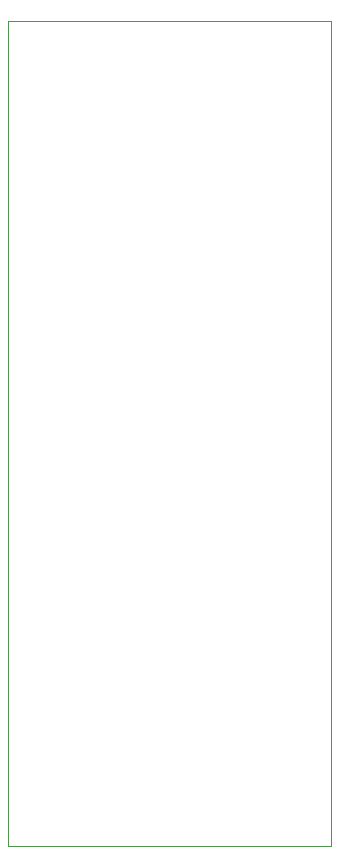
<source format=gbr>
%TF.GenerationSoftware,KiCad,Pcbnew,7.0.8*%
%TF.CreationDate,2024-06-05T08:03:03+02:00*%
%TF.ProjectId,ESP32-CAM_1,45535033-322d-4434-914d-5f312e6b6963,rev?*%
%TF.SameCoordinates,Original*%
%TF.FileFunction,Profile,NP*%
%FSLAX46Y46*%
G04 Gerber Fmt 4.6, Leading zero omitted, Abs format (unit mm)*
G04 Created by KiCad (PCBNEW 7.0.8) date 2024-06-05 08:03:03*
%MOMM*%
%LPD*%
G01*
G04 APERTURE LIST*
%TA.AperFunction,Profile*%
%ADD10C,0.050000*%
%TD*%
G04 APERTURE END LIST*
D10*
X181610000Y-71120000D02*
X208915000Y-71120000D01*
X181610000Y-140970000D02*
X181610000Y-71120000D01*
X208915000Y-140970000D02*
X181610000Y-140970000D01*
X208915000Y-71120000D02*
X208915000Y-140970000D01*
M02*

</source>
